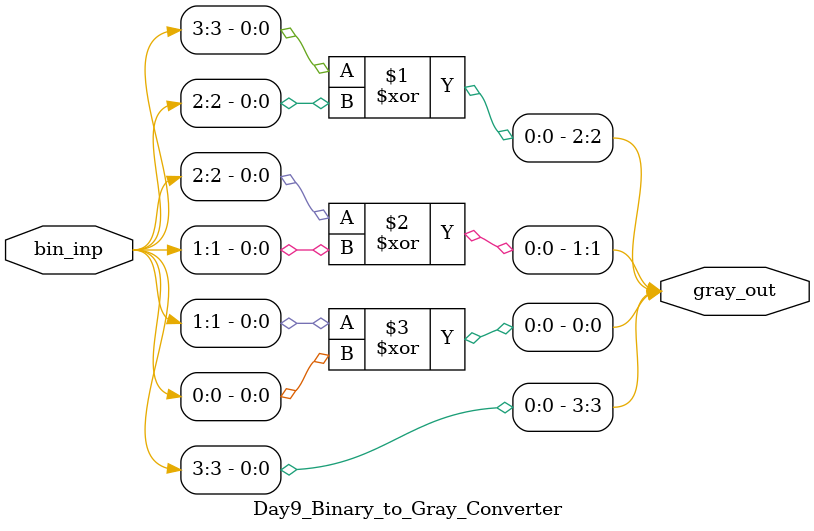
<source format=v>
module Day9_Binary_to_Gray_Converter(input [3 : 0]bin_inp,
                                     output reg [3 : 0]gray_out);
  
assign gray_out[3] = bin_inp[3];
assign gray_out[2] = bin_inp[3] ^ bin_inp[2];
assign gray_out[1] = bin_inp[2] ^ bin_inp[1];
assign gray_out[0] = bin_inp[1] ^ bin_inp[0];

endmodule
</source>
